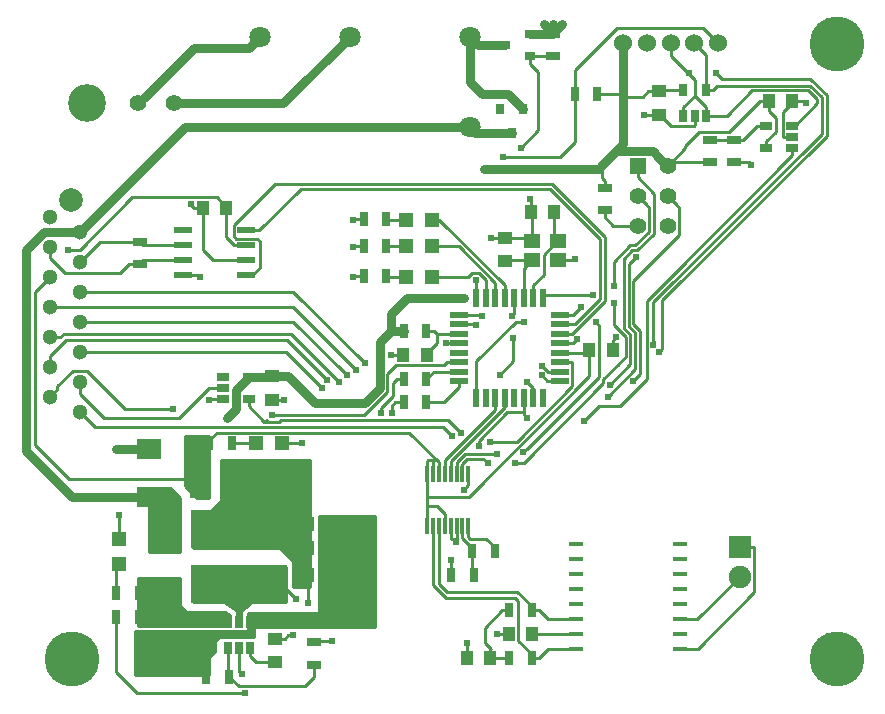
<source format=gtl>
G04 #@! TF.GenerationSoftware,KiCad,Pcbnew,5.0.2-bee76a0~70~ubuntu16.04.1*
G04 #@! TF.CreationDate,2019-04-23T21:35:28-04:00*
G04 #@! TF.ProjectId,BMS_core,424d535f-636f-4726-952e-6b696361645f,rev?*
G04 #@! TF.SameCoordinates,Original*
G04 #@! TF.FileFunction,Copper,L1,Top*
G04 #@! TF.FilePolarity,Positive*
%FSLAX46Y46*%
G04 Gerber Fmt 4.6, Leading zero omitted, Abs format (unit mm)*
G04 Created by KiCad (PCBNEW 5.0.2-bee76a0~70~ubuntu16.04.1) date Tue 23 Apr 2019 09:35:28 PM EDT*
%MOMM*%
%LPD*%
G01*
G04 APERTURE LIST*
G04 #@! TA.AperFunction,ComponentPad*
%ADD10R,1.400000X1.400000*%
G04 #@! TD*
G04 #@! TA.AperFunction,ComponentPad*
%ADD11C,1.400000*%
G04 #@! TD*
G04 #@! TA.AperFunction,SMDPad,CuDef*
%ADD12R,1.600000X0.550000*%
G04 #@! TD*
G04 #@! TA.AperFunction,SMDPad,CuDef*
%ADD13R,0.550000X1.600000*%
G04 #@! TD*
G04 #@! TA.AperFunction,SMDPad,CuDef*
%ADD14R,1.250000X1.000000*%
G04 #@! TD*
G04 #@! TA.AperFunction,SMDPad,CuDef*
%ADD15R,1.000000X1.250000*%
G04 #@! TD*
G04 #@! TA.AperFunction,SMDPad,CuDef*
%ADD16R,1.200000X1.200000*%
G04 #@! TD*
G04 #@! TA.AperFunction,SMDPad,CuDef*
%ADD17R,2.500000X0.900000*%
G04 #@! TD*
G04 #@! TA.AperFunction,SMDPad,CuDef*
%ADD18R,8.200000X3.300000*%
G04 #@! TD*
G04 #@! TA.AperFunction,SMDPad,CuDef*
%ADD19R,0.700000X1.300000*%
G04 #@! TD*
G04 #@! TA.AperFunction,SMDPad,CuDef*
%ADD20R,0.650000X1.060000*%
G04 #@! TD*
G04 #@! TA.AperFunction,SMDPad,CuDef*
%ADD21R,1.600000X1.000000*%
G04 #@! TD*
G04 #@! TA.AperFunction,SMDPad,CuDef*
%ADD22R,2.159000X1.778000*%
G04 #@! TD*
G04 #@! TA.AperFunction,SMDPad,CuDef*
%ADD23R,1.300000X0.700000*%
G04 #@! TD*
G04 #@! TA.AperFunction,SMDPad,CuDef*
%ADD24R,1.200000X0.300000*%
G04 #@! TD*
G04 #@! TA.AperFunction,SMDPad,CuDef*
%ADD25R,1.550000X0.600000*%
G04 #@! TD*
G04 #@! TA.AperFunction,SMDPad,CuDef*
%ADD26R,1.400000X1.200000*%
G04 #@! TD*
G04 #@! TA.AperFunction,SMDPad,CuDef*
%ADD27R,1.000000X3.200000*%
G04 #@! TD*
G04 #@! TA.AperFunction,SMDPad,CuDef*
%ADD28R,0.800000X0.900000*%
G04 #@! TD*
G04 #@! TA.AperFunction,ComponentPad*
%ADD29C,1.524000*%
G04 #@! TD*
G04 #@! TA.AperFunction,ComponentPad*
%ADD30R,1.900000X1.900000*%
G04 #@! TD*
G04 #@! TA.AperFunction,ComponentPad*
%ADD31C,1.900000*%
G04 #@! TD*
G04 #@! TA.AperFunction,ComponentPad*
%ADD32C,1.300000*%
G04 #@! TD*
G04 #@! TA.AperFunction,ComponentPad*
%ADD33C,2.000000*%
G04 #@! TD*
G04 #@! TA.AperFunction,ComponentPad*
%ADD34C,1.800000*%
G04 #@! TD*
G04 #@! TA.AperFunction,SMDPad,CuDef*
%ADD35R,0.900000X0.800000*%
G04 #@! TD*
G04 #@! TA.AperFunction,SMDPad,CuDef*
%ADD36R,0.300000X1.400000*%
G04 #@! TD*
G04 #@! TA.AperFunction,SMDPad,CuDef*
%ADD37R,1.060000X0.650000*%
G04 #@! TD*
G04 #@! TA.AperFunction,ComponentPad*
%ADD38C,4.648200*%
G04 #@! TD*
G04 #@! TA.AperFunction,ComponentPad*
%ADD39C,3.200000*%
G04 #@! TD*
G04 #@! TA.AperFunction,ComponentPad*
%ADD40C,1.420000*%
G04 #@! TD*
G04 #@! TA.AperFunction,ViaPad*
%ADD41C,0.609600*%
G04 #@! TD*
G04 #@! TA.AperFunction,Conductor*
%ADD42C,0.254000*%
G04 #@! TD*
G04 #@! TA.AperFunction,Conductor*
%ADD43C,0.762000*%
G04 #@! TD*
G04 #@! TA.AperFunction,Conductor*
%ADD44C,0.250000*%
G04 #@! TD*
G04 #@! TA.AperFunction,Conductor*
%ADD45C,0.600000*%
G04 #@! TD*
G04 #@! TA.AperFunction,Conductor*
%ADD46C,0.700000*%
G04 #@! TD*
G04 #@! TA.AperFunction,Conductor*
%ADD47C,0.500000*%
G04 #@! TD*
G04 #@! TA.AperFunction,Conductor*
%ADD48C,0.800000*%
G04 #@! TD*
G04 APERTURE END LIST*
D10*
G04 #@! TO.P,J1,1*
G04 #@! TO.N,/MISO*
X95504000Y-62992000D03*
D11*
G04 #@! TO.P,J1,2*
G04 #@! TO.N,VCC*
X98044000Y-62992000D03*
G04 #@! TO.P,J1,3*
G04 #@! TO.N,/SCK*
X95504000Y-65532000D03*
G04 #@! TO.P,J1,4*
G04 #@! TO.N,/MOSI*
X98044000Y-65532000D03*
G04 #@! TO.P,J1,5*
G04 #@! TO.N,/RESET*
X95504000Y-68072000D03*
G04 #@! TO.P,J1,6*
G04 #@! TO.N,GND*
X98044000Y-68072000D03*
G04 #@! TD*
D12*
G04 #@! TO.P,IC1,1*
G04 #@! TO.N,/MISO*
X88905257Y-81192242D03*
G04 #@! TO.P,IC1,2*
G04 #@! TO.N,/MOSI*
X88905257Y-80392242D03*
G04 #@! TO.P,IC1,3*
G04 #@! TO.N,/FAN_PWM_RAW*
X88905257Y-79592242D03*
G04 #@! TO.P,IC1,4*
G04 #@! TO.N,VCC*
X88905257Y-78792242D03*
G04 #@! TO.P,IC1,5*
G04 #@! TO.N,GND*
X88905257Y-77992242D03*
G04 #@! TO.P,IC1,6*
G04 #@! TO.N,/TXCAN*
X88905257Y-77192242D03*
G04 #@! TO.P,IC1,7*
G04 #@! TO.N,/RXCAN*
X88905257Y-76392242D03*
G04 #@! TO.P,IC1,8*
G04 #@! TO.N,/MISO_iso*
X88905257Y-75592242D03*
D13*
G04 #@! TO.P,IC1,9*
G04 #@! TO.N,/MOSI_iso*
X87455257Y-74142242D03*
G04 #@! TO.P,IC1,10*
G04 #@! TO.N,Net-(C4-Pad1)*
X86655257Y-74142242D03*
G04 #@! TO.P,IC1,11*
G04 #@! TO.N,Net-(C3-Pad1)*
X85855257Y-74142242D03*
G04 #@! TO.P,IC1,12*
G04 #@! TO.N,/SCK*
X85055257Y-74142242D03*
G04 #@! TO.P,IC1,13*
G04 #@! TO.N,/PROG_1*
X84255257Y-74142242D03*
G04 #@! TO.P,IC1,14*
G04 #@! TO.N,/PROG_2*
X83455257Y-74142242D03*
G04 #@! TO.P,IC1,15*
G04 #@! TO.N,/PROG_3*
X82655257Y-74142242D03*
G04 #@! TO.P,IC1,16*
G04 #@! TO.N,/~OCD*
X81855257Y-74142242D03*
D12*
G04 #@! TO.P,IC1,17*
G04 #@! TO.N,/VREF*
X80405257Y-75592242D03*
G04 #@! TO.P,IC1,18*
G04 #@! TO.N,/VOUT*
X80405257Y-76392242D03*
G04 #@! TO.P,IC1,19*
G04 #@! TO.N,Net-(C2-Pad1)*
X80405257Y-77192242D03*
G04 #@! TO.P,IC1,20*
G04 #@! TO.N,GND*
X80405257Y-77992242D03*
G04 #@! TO.P,IC1,21*
G04 #@! TO.N,Net-(IC1-Pad21)*
X80405257Y-78792242D03*
G04 #@! TO.P,IC1,22*
G04 #@! TO.N,/BMS_SENSE*
X80405257Y-79592242D03*
G04 #@! TO.P,IC1,23*
G04 #@! TO.N,Net-(IC1-Pad23)*
X80405257Y-80392242D03*
G04 #@! TO.P,IC1,24*
G04 #@! TO.N,Net-(IC1-Pad24)*
X80405257Y-81192242D03*
D13*
G04 #@! TO.P,IC1,25*
G04 #@! TO.N,/RELAY_DRIVE*
X81855257Y-82642242D03*
G04 #@! TO.P,IC1,26*
G04 #@! TO.N,Net-(IC1-Pad26)*
X82655257Y-82642242D03*
G04 #@! TO.P,IC1,27*
G04 #@! TO.N,/CS_iso*
X83455257Y-82642242D03*
G04 #@! TO.P,IC1,28*
G04 #@! TO.N,/SCK_iso*
X84255257Y-82642242D03*
G04 #@! TO.P,IC1,29*
G04 #@! TO.N,Net-(IC1-Pad29)*
X85055257Y-82642242D03*
G04 #@! TO.P,IC1,30*
G04 #@! TO.N,/BSPD_CURRENT*
X85855257Y-82642242D03*
G04 #@! TO.P,IC1,31*
G04 #@! TO.N,/RESET*
X86655257Y-82642242D03*
G04 #@! TO.P,IC1,32*
G04 #@! TO.N,Net-(IC1-Pad32)*
X87455257Y-82642242D03*
G04 #@! TD*
D14*
G04 #@! TO.P,C102,2*
G04 #@! TO.N,Net-(C102-Pad2)*
X64770000Y-103013000D03*
G04 #@! TO.P,C102,1*
G04 #@! TO.N,Net-(C102-Pad1)*
X64770000Y-105013000D03*
G04 #@! TD*
D15*
G04 #@! TO.P,C104,1*
G04 #@! TO.N,Net-(C103-Pad1)*
X67580000Y-95377000D03*
G04 #@! TO.P,C104,2*
G04 #@! TO.N,GND*
X69580000Y-95377000D03*
G04 #@! TD*
G04 #@! TO.P,C105,1*
G04 #@! TO.N,Net-(C103-Pad1)*
X67580000Y-97663000D03*
G04 #@! TO.P,C105,2*
G04 #@! TO.N,GND*
X69580000Y-97663000D03*
G04 #@! TD*
D16*
G04 #@! TO.P,D103,2*
G04 #@! TO.N,Net-(D103-Pad2)*
X63162000Y-86487000D03*
G04 #@! TO.P,D103,1*
G04 #@! TO.N,GND*
X65362000Y-86487000D03*
G04 #@! TD*
D17*
G04 #@! TO.P,F101,1*
G04 #@! TO.N,+12V*
X55479500Y-95329500D03*
G04 #@! TO.P,F101,2*
G04 #@! TO.N,Net-(C101-Pad1)*
X55479500Y-98229500D03*
G04 #@! TD*
D18*
G04 #@! TO.P,L101,1*
G04 #@! TO.N,Net-(C102-Pad2)*
X61785500Y-98425500D03*
G04 #@! TO.P,L101,2*
G04 #@! TO.N,Net-(C103-Pad1)*
X61785500Y-93725500D03*
G04 #@! TD*
D19*
G04 #@! TO.P,R101,1*
G04 #@! TO.N,Net-(C101-Pad1)*
X53274000Y-99187000D03*
G04 #@! TO.P,R101,2*
G04 #@! TO.N,Net-(D102-Pad2)*
X51374000Y-99187000D03*
G04 #@! TD*
G04 #@! TO.P,R102,1*
G04 #@! TO.N,Net-(R102-Pad1)*
X51374000Y-101219000D03*
G04 #@! TO.P,R102,2*
G04 #@! TO.N,Net-(C101-Pad1)*
X53274000Y-101219000D03*
G04 #@! TD*
G04 #@! TO.P,R106,1*
G04 #@! TO.N,VCC*
X59248000Y-86487000D03*
G04 #@! TO.P,R106,2*
G04 #@! TO.N,Net-(D103-Pad2)*
X61148000Y-86487000D03*
G04 #@! TD*
D20*
G04 #@! TO.P,U101,1*
G04 #@! TO.N,GND*
X62710100Y-101579500D03*
G04 #@! TO.P,U101,2*
G04 #@! TO.N,Net-(C102-Pad2)*
X61760100Y-101579500D03*
G04 #@! TO.P,U101,3*
G04 #@! TO.N,Net-(C101-Pad1)*
X60810100Y-101579500D03*
G04 #@! TO.P,U101,4*
G04 #@! TO.N,Net-(R103-Pad1)*
X60810100Y-103779500D03*
G04 #@! TO.P,U101,6*
G04 #@! TO.N,Net-(C102-Pad1)*
X62710100Y-103779500D03*
G04 #@! TO.P,U101,5*
G04 #@! TO.N,Net-(R102-Pad1)*
X61760100Y-103779500D03*
G04 #@! TD*
D21*
G04 #@! TO.P,C101,1*
G04 #@! TO.N,Net-(C101-Pad1)*
X58420000Y-101497000D03*
G04 #@! TO.P,C101,2*
G04 #@! TO.N,GND*
X58420000Y-104497000D03*
G04 #@! TD*
D15*
G04 #@! TO.P,C103,1*
G04 #@! TO.N,Net-(C103-Pad1)*
X67580000Y-93345000D03*
G04 #@! TO.P,C103,2*
G04 #@! TO.N,GND*
X69580000Y-93345000D03*
G04 #@! TD*
D16*
G04 #@! TO.P,D102,2*
G04 #@! TO.N,Net-(D102-Pad2)*
X51562000Y-96731000D03*
G04 #@! TO.P,D102,1*
G04 #@! TO.N,GND*
X51562000Y-94531000D03*
G04 #@! TD*
D22*
G04 #@! TO.P,D101,2*
G04 #@! TO.N,GND*
X54102000Y-86995000D03*
G04 #@! TO.P,D101,1*
G04 #@! TO.N,+12V*
X54102000Y-91059000D03*
G04 #@! TD*
D19*
G04 #@! TO.P,R103,1*
G04 #@! TO.N,Net-(R103-Pad1)*
X60894000Y-106299000D03*
G04 #@! TO.P,R103,2*
G04 #@! TO.N,GND*
X58994000Y-106299000D03*
G04 #@! TD*
D23*
G04 #@! TO.P,R104,1*
G04 #@! TO.N,Net-(R103-Pad1)*
X68072000Y-105217000D03*
G04 #@! TO.P,R104,2*
G04 #@! TO.N,Net-(C103-Pad1)*
X68072000Y-103317000D03*
G04 #@! TD*
D15*
G04 #@! TO.P,C1,1*
G04 #@! TO.N,VCC*
X91402257Y-78582742D03*
G04 #@! TO.P,C1,2*
G04 #@! TO.N,GND*
X93402257Y-78582742D03*
G04 #@! TD*
G04 #@! TO.P,C2,2*
G04 #@! TO.N,GND*
X75654257Y-78963742D03*
G04 #@! TO.P,C2,1*
G04 #@! TO.N,Net-(C2-Pad1)*
X77654257Y-78963742D03*
G04 #@! TD*
D14*
G04 #@! TO.P,C3,2*
G04 #@! TO.N,GND*
X84274257Y-69073742D03*
G04 #@! TO.P,C3,1*
G04 #@! TO.N,Net-(C3-Pad1)*
X84274257Y-71073742D03*
G04 #@! TD*
D15*
G04 #@! TO.P,C4,1*
G04 #@! TO.N,Net-(C4-Pad1)*
X88449257Y-66898742D03*
G04 #@! TO.P,C4,2*
G04 #@! TO.N,GND*
X86449257Y-66898742D03*
G04 #@! TD*
G04 #@! TO.P,C5,1*
G04 #@! TO.N,VCC*
X60674000Y-66548000D03*
G04 #@! TO.P,C5,2*
G04 #@! TO.N,GND*
X58674000Y-66548000D03*
G04 #@! TD*
D19*
G04 #@! TO.P,R1,1*
G04 #@! TO.N,VCC*
X75704257Y-76931742D03*
G04 #@! TO.P,R1,2*
G04 #@! TO.N,Net-(C2-Pad1)*
X77604257Y-76931742D03*
G04 #@! TD*
D23*
G04 #@! TO.P,R2,1*
G04 #@! TO.N,VCC*
X92710000Y-64836000D03*
G04 #@! TO.P,R2,2*
G04 #@! TO.N,/RESET*
X92710000Y-66736000D03*
G04 #@! TD*
G04 #@! TO.P,R3,2*
G04 #@! TO.N,/CANL*
X53340000Y-69408000D03*
G04 #@! TO.P,R3,1*
G04 #@! TO.N,/CANH*
X53340000Y-71308000D03*
G04 #@! TD*
D24*
G04 #@! TO.P,T1,9*
G04 #@! TO.N,Net-(T1-Pad9)*
X90260000Y-94996000D03*
G04 #@! TO.P,T1,1*
G04 #@! TO.N,Net-(J3-Pad1)*
X99060000Y-103886000D03*
G04 #@! TO.P,T1,2*
G04 #@! TO.N,Net-(T1-Pad2)*
X99060000Y-102616000D03*
G04 #@! TO.P,T1,3*
G04 #@! TO.N,Net-(J3-Pad2)*
X99060000Y-101346000D03*
G04 #@! TO.P,T1,4*
G04 #@! TO.N,N/C*
X99060000Y-100076000D03*
G04 #@! TO.P,T1,5*
X99060000Y-98806000D03*
G04 #@! TO.P,T1,6*
G04 #@! TO.N,Net-(T1-Pad6)*
X99060000Y-97536000D03*
G04 #@! TO.P,T1,7*
G04 #@! TO.N,Net-(T1-Pad7)*
X99060000Y-96266000D03*
G04 #@! TO.P,T1,8*
G04 #@! TO.N,Net-(T1-Pad8)*
X99060000Y-94996000D03*
G04 #@! TO.P,T1,10*
G04 #@! TO.N,Net-(T1-Pad10)*
X90260000Y-96266000D03*
G04 #@! TO.P,T1,11*
G04 #@! TO.N,Net-(T1-Pad11)*
X90260000Y-97536000D03*
G04 #@! TO.P,T1,12*
G04 #@! TO.N,N/C*
X90260000Y-98806000D03*
G04 #@! TO.P,T1,13*
X90260000Y-100076000D03*
G04 #@! TO.P,T1,14*
G04 #@! TO.N,Net-(R11-Pad2)*
X90260000Y-101346000D03*
G04 #@! TO.P,T1,15*
G04 #@! TO.N,Net-(C9-Pad1)*
X90260000Y-102616000D03*
G04 #@! TO.P,T1,16*
G04 #@! TO.N,Net-(R10-Pad1)*
X90260000Y-103886000D03*
G04 #@! TD*
D25*
G04 #@! TO.P,U1,1*
G04 #@! TO.N,/TXCAN*
X62390000Y-72263000D03*
G04 #@! TO.P,U1,2*
G04 #@! TO.N,GND*
X62390000Y-70993000D03*
G04 #@! TO.P,U1,3*
G04 #@! TO.N,VCC*
X62390000Y-69723000D03*
G04 #@! TO.P,U1,4*
G04 #@! TO.N,/RXCAN*
X62390000Y-68453000D03*
G04 #@! TO.P,U1,5*
G04 #@! TO.N,Net-(U1-Pad5)*
X56990000Y-68453000D03*
G04 #@! TO.P,U1,6*
G04 #@! TO.N,/CANL*
X56990000Y-69723000D03*
G04 #@! TO.P,U1,7*
G04 #@! TO.N,/CANH*
X56990000Y-70993000D03*
G04 #@! TO.P,U1,8*
G04 #@! TO.N,GND*
X56990000Y-72263000D03*
G04 #@! TD*
D26*
G04 #@! TO.P,Y1,1*
G04 #@! TO.N,Net-(C3-Pad1)*
X86578804Y-70979681D03*
G04 #@! TO.P,Y1,2*
G04 #@! TO.N,GND*
X88778804Y-70979681D03*
G04 #@! TO.P,Y1,3*
G04 #@! TO.N,Net-(C4-Pad1)*
X88778804Y-69379681D03*
G04 #@! TO.P,Y1,4*
G04 #@! TO.N,GND*
X86578804Y-69379681D03*
G04 #@! TD*
D27*
G04 #@! TO.P,R105,1*
G04 #@! TO.N,VCC*
X58114000Y-89535000D03*
G04 #@! TO.P,R105,2*
G04 #@! TO.N,Net-(C103-Pad1)*
X64314000Y-89535000D03*
G04 #@! TD*
D14*
G04 #@! TO.P,C7,2*
G04 #@! TO.N,GND*
X97282000Y-58674000D03*
G04 #@! TO.P,C7,1*
G04 #@! TO.N,VCC*
X97282000Y-56674000D03*
G04 #@! TD*
D15*
G04 #@! TO.P,C8,1*
G04 #@! TO.N,Net-(C8-Pad1)*
X83042000Y-104648000D03*
G04 #@! TO.P,C8,2*
G04 #@! TO.N,GND*
X81042000Y-104648000D03*
G04 #@! TD*
G04 #@! TO.P,C9,2*
G04 #@! TO.N,GND*
X84598000Y-102616000D03*
G04 #@! TO.P,C9,1*
G04 #@! TO.N,Net-(C9-Pad1)*
X86598000Y-102616000D03*
G04 #@! TD*
G04 #@! TO.P,C10,1*
G04 #@! TO.N,VCC*
X106617570Y-57497448D03*
G04 #@! TO.P,C10,2*
G04 #@! TO.N,GND*
X108617570Y-57497448D03*
G04 #@! TD*
D16*
G04 #@! TO.P,D1,2*
G04 #@! TO.N,/PROG_1*
X78135257Y-67533742D03*
G04 #@! TO.P,D1,1*
G04 #@! TO.N,Net-(D1-Pad1)*
X75935257Y-67533742D03*
G04 #@! TD*
G04 #@! TO.P,D2,1*
G04 #@! TO.N,Net-(D2-Pad1)*
X75935257Y-69794976D03*
G04 #@! TO.P,D2,2*
G04 #@! TO.N,/PROG_2*
X78135257Y-69794976D03*
G04 #@! TD*
G04 #@! TO.P,D3,2*
G04 #@! TO.N,/PROG_3*
X78135257Y-72359742D03*
G04 #@! TO.P,D3,1*
G04 #@! TO.N,Net-(D3-Pad1)*
X75935257Y-72359742D03*
G04 #@! TD*
D28*
G04 #@! TO.P,D4,1*
G04 #@! TO.N,Net-(D4-Pad1)*
X85786000Y-58182000D03*
G04 #@! TO.P,D4,2*
G04 #@! TO.N,N/C*
X83886000Y-58182000D03*
G04 #@! TO.P,D4,3*
G04 #@! TO.N,+12V*
X84836000Y-60182000D03*
G04 #@! TD*
D29*
G04 #@! TO.P,J2,1*
G04 #@! TO.N,VCC*
X94298000Y-52578000D03*
G04 #@! TO.P,J2,2*
G04 #@! TO.N,GND*
X96298000Y-52578000D03*
G04 #@! TO.P,J2,3*
G04 #@! TO.N,/VOUT*
X98298000Y-52578000D03*
G04 #@! TO.P,J2,4*
G04 #@! TO.N,/VREF*
X100298000Y-52578000D03*
G04 #@! TO.P,J2,5*
G04 #@! TO.N,/~OCD*
X102298000Y-52578000D03*
G04 #@! TD*
D30*
G04 #@! TO.P,J3,1*
G04 #@! TO.N,Net-(J3-Pad1)*
X104140000Y-95250000D03*
D31*
G04 #@! TO.P,J3,2*
G04 #@! TO.N,Net-(J3-Pad2)*
X104140000Y-97750000D03*
G04 #@! TD*
D32*
G04 #@! TO.P,J5,5*
G04 #@! TO.N,VCC*
X45720000Y-72390000D03*
G04 #@! TO.P,J5,3*
G04 #@! TO.N,/CANH*
X45720000Y-69850000D03*
G04 #@! TO.P,J5,1*
G04 #@! TO.N,GND*
X45720000Y-67310000D03*
G04 #@! TO.P,J5,7*
G04 #@! TO.N,/MISO*
X45720000Y-74930000D03*
G04 #@! TO.P,J5,2*
G04 #@! TO.N,+12V*
X48260000Y-68580000D03*
G04 #@! TO.P,J5,4*
G04 #@! TO.N,/CANL*
X48260000Y-71120000D03*
G04 #@! TO.P,J5,6*
G04 #@! TO.N,/MOSI*
X48260000Y-73660000D03*
G04 #@! TO.P,J5,8*
G04 #@! TO.N,/SCK*
X48260000Y-76200000D03*
G04 #@! TO.P,J5,9*
G04 #@! TO.N,/RESET*
X45720000Y-77470000D03*
G04 #@! TO.P,J5,10*
G04 #@! TO.N,/RJ45_LED1*
X48260000Y-78740000D03*
G04 #@! TO.P,J5,11*
G04 #@! TO.N,/RJ45_LED2*
X45720000Y-80010000D03*
G04 #@! TO.P,J5,12*
G04 #@! TO.N,/FAN_PWM*
X48260000Y-81280000D03*
G04 #@! TO.P,J5,13*
G04 #@! TO.N,/BMS_SENSE*
X45720000Y-82550000D03*
G04 #@! TO.P,J5,14*
G04 #@! TO.N,/BSPD_CURRENT*
X48260000Y-83820000D03*
D33*
G04 #@! TO.P,J5,15*
G04 #@! TO.N,N/C*
X47520000Y-65910000D03*
G04 #@! TD*
D34*
G04 #@! TO.P,K1,1*
G04 #@! TO.N,Net-(D4-Pad1)*
X81280000Y-52070000D03*
G04 #@! TO.P,K1,2*
G04 #@! TO.N,/SHDN_OUT(BMS->IMD)*
X71120000Y-52070000D03*
G04 #@! TO.P,K1,3*
G04 #@! TO.N,/SHDN_IN(MAIN_PACK->BMS)*
X63500000Y-52070000D03*
G04 #@! TO.P,K1,5*
G04 #@! TO.N,+12V*
X81280000Y-59690000D03*
G04 #@! TD*
D35*
G04 #@! TO.P,Q1,1*
G04 #@! TO.N,/RELAY_DRIVE*
X86394147Y-53699166D03*
G04 #@! TO.P,Q1,2*
G04 #@! TO.N,GND*
X86394147Y-51799166D03*
G04 #@! TO.P,Q1,3*
G04 #@! TO.N,Net-(D4-Pad1)*
X84294147Y-52749166D03*
G04 #@! TD*
D19*
G04 #@! TO.P,R4,2*
G04 #@! TO.N,GND*
X72325928Y-67508976D03*
G04 #@! TO.P,R4,1*
G04 #@! TO.N,Net-(D1-Pad1)*
X74225928Y-67508976D03*
G04 #@! TD*
G04 #@! TO.P,R5,1*
G04 #@! TO.N,Net-(D2-Pad1)*
X74225928Y-69794976D03*
G04 #@! TO.P,R5,2*
G04 #@! TO.N,GND*
X72325928Y-69794976D03*
G04 #@! TD*
G04 #@! TO.P,R6,1*
G04 #@! TO.N,Net-(D3-Pad1)*
X74225928Y-72334976D03*
G04 #@! TO.P,R6,2*
G04 #@! TO.N,GND*
X72325928Y-72334976D03*
G04 #@! TD*
G04 #@! TO.P,R7,2*
G04 #@! TO.N,/~OCD*
X90170000Y-56896000D03*
G04 #@! TO.P,R7,1*
G04 #@! TO.N,VCC*
X92070000Y-56896000D03*
G04 #@! TD*
G04 #@! TO.P,R8,2*
G04 #@! TO.N,Net-(R8-Pad2)*
X81521511Y-95565383D03*
G04 #@! TO.P,R8,1*
G04 #@! TO.N,Net-(R8-Pad1)*
X83421511Y-95565383D03*
G04 #@! TD*
G04 #@! TO.P,R9,1*
G04 #@! TO.N,Net-(R8-Pad2)*
X81643511Y-97597383D03*
G04 #@! TO.P,R9,2*
G04 #@! TO.N,GND*
X79743511Y-97597383D03*
G04 #@! TD*
G04 #@! TO.P,R10,1*
G04 #@! TO.N,Net-(R10-Pad1)*
X86548000Y-104648000D03*
G04 #@! TO.P,R10,2*
G04 #@! TO.N,Net-(C8-Pad1)*
X84648000Y-104648000D03*
G04 #@! TD*
G04 #@! TO.P,R11,2*
G04 #@! TO.N,Net-(R11-Pad2)*
X86548000Y-100584000D03*
G04 #@! TO.P,R11,1*
G04 #@! TO.N,Net-(C8-Pad1)*
X84648000Y-100584000D03*
G04 #@! TD*
D23*
G04 #@! TO.P,R12,1*
G04 #@! TO.N,GND*
X88358147Y-51799166D03*
G04 #@! TO.P,R12,2*
G04 #@! TO.N,/RELAY_DRIVE*
X88358147Y-53699166D03*
G04 #@! TD*
G04 #@! TO.P,R13,1*
G04 #@! TO.N,VCC*
X101600000Y-62672000D03*
G04 #@! TO.P,R13,2*
G04 #@! TO.N,Net-(R13-Pad2)*
X101600000Y-60772000D03*
G04 #@! TD*
G04 #@! TO.P,R14,2*
G04 #@! TO.N,GND*
X103632000Y-62672000D03*
G04 #@! TO.P,R14,1*
G04 #@! TO.N,Net-(R13-Pad2)*
X103632000Y-60772000D03*
G04 #@! TD*
D36*
G04 #@! TO.P,U3,1*
G04 #@! TO.N,GND*
X81173511Y-89047383D03*
G04 #@! TO.P,U3,2*
G04 #@! TO.N,/MOSI_iso*
X80673511Y-89047383D03*
G04 #@! TO.P,U3,3*
G04 #@! TO.N,/MISO_iso*
X80173511Y-89047383D03*
G04 #@! TO.P,U3,4*
G04 #@! TO.N,/SCK_iso*
X79673511Y-89047383D03*
G04 #@! TO.P,U3,5*
G04 #@! TO.N,/CS_iso*
X79173511Y-89047383D03*
G04 #@! TO.P,U3,12*
G04 #@! TO.N,VCC*
X79173511Y-93447383D03*
G04 #@! TO.P,U3,13*
G04 #@! TO.N,GND*
X79673511Y-93447383D03*
G04 #@! TO.P,U3,14*
X80173511Y-93447383D03*
G04 #@! TO.P,U3,15*
G04 #@! TO.N,Net-(R8-Pad2)*
X80673511Y-93447383D03*
G04 #@! TO.P,U3,16*
G04 #@! TO.N,Net-(R8-Pad1)*
X81173511Y-93447383D03*
G04 #@! TO.P,U3,6*
G04 #@! TO.N,VCC*
X78673511Y-89047383D03*
G04 #@! TO.P,U3,7*
X78173511Y-89047383D03*
G04 #@! TO.P,U3,8*
X77673511Y-89047383D03*
G04 #@! TO.P,U3,11*
G04 #@! TO.N,Net-(R11-Pad2)*
X78673511Y-93447383D03*
G04 #@! TO.P,U3,10*
G04 #@! TO.N,Net-(R10-Pad1)*
X78173511Y-93447383D03*
G04 #@! TO.P,U3,9*
G04 #@! TO.N,VCC*
X77673511Y-93447383D03*
G04 #@! TD*
D20*
G04 #@! TO.P,U4,1*
G04 #@! TO.N,/VOUT*
X99380000Y-58758000D03*
G04 #@! TO.P,U4,2*
G04 #@! TO.N,GND*
X100330000Y-58758000D03*
G04 #@! TO.P,U4,3*
G04 #@! TO.N,/VOUT*
X101280000Y-58758000D03*
G04 #@! TO.P,U4,4*
G04 #@! TO.N,/VREF*
X101280000Y-56558000D03*
G04 #@! TO.P,U4,5*
G04 #@! TO.N,VCC*
X99380000Y-56558000D03*
G04 #@! TD*
D37*
G04 #@! TO.P,U5,5*
G04 #@! TO.N,VCC*
X106390570Y-61495448D03*
G04 #@! TO.P,U5,4*
G04 #@! TO.N,Net-(R13-Pad2)*
X106390570Y-59595448D03*
G04 #@! TO.P,U5,3*
G04 #@! TO.N,/VOUT*
X108590570Y-59595448D03*
G04 #@! TO.P,U5,2*
G04 #@! TO.N,GND*
X108590570Y-60545448D03*
G04 #@! TO.P,U5,1*
G04 #@! TO.N,/BSPD_CURRENT*
X108590570Y-61495448D03*
G04 #@! TD*
G04 #@! TO.P,U2,1*
G04 #@! TO.N,Net-(U2-Pad1)*
X60368000Y-80838000D03*
G04 #@! TO.P,U2,2*
G04 #@! TO.N,/FAN_PWM*
X60368000Y-81788000D03*
G04 #@! TO.P,U2,3*
G04 #@! TO.N,GND*
X60368000Y-82738000D03*
G04 #@! TO.P,U2,4*
G04 #@! TO.N,/FAN_PWM_RAW*
X62568000Y-82738000D03*
G04 #@! TO.P,U2,5*
G04 #@! TO.N,VCC*
X62568000Y-80838000D03*
G04 #@! TD*
D14*
G04 #@! TO.P,C6,1*
G04 #@! TO.N,GND*
X64516000Y-82788000D03*
G04 #@! TO.P,C6,2*
G04 #@! TO.N,VCC*
X64516000Y-80788000D03*
G04 #@! TD*
D38*
G04 #@! TO.P,REF\002A\002A,1*
G04 #@! TO.N,N/C*
X112395000Y-52705000D03*
G04 #@! TD*
G04 #@! TO.P,REF\002A\002A,1*
G04 #@! TO.N,N/C*
X47625000Y-104775000D03*
G04 #@! TD*
G04 #@! TO.P,REF\002A\002A,1*
G04 #@! TO.N,N/C*
X112395000Y-104775000D03*
G04 #@! TD*
D19*
G04 #@! TO.P,R15,2*
G04 #@! TO.N,Net-(IC1-Pad24)*
X77597000Y-83007200D03*
G04 #@! TO.P,R15,1*
G04 #@! TO.N,/RJ45_LED2*
X75697000Y-83007200D03*
G04 #@! TD*
G04 #@! TO.P,R16,1*
G04 #@! TO.N,/RJ45_LED1*
X75697000Y-81051400D03*
G04 #@! TO.P,R16,2*
G04 #@! TO.N,Net-(IC1-Pad23)*
X77597000Y-81051400D03*
G04 #@! TD*
D39*
G04 #@! TO.P,J4,*
G04 #@! TO.N,*
X48900000Y-57700000D03*
D40*
G04 #@! TO.P,J4,1*
G04 #@! TO.N,/SHDN_IN(MAIN_PACK->BMS)*
X53220000Y-57700000D03*
G04 #@! TO.P,J4,2*
G04 #@! TO.N,/SHDN_OUT(BMS->IMD)*
X56220000Y-57700000D03*
G04 #@! TD*
D41*
G04 #@! TO.N,GND*
X51562000Y-92583000D03*
X56388000Y-105029000D03*
X54102000Y-105029000D03*
X54102000Y-103251000D03*
X56388000Y-103251000D03*
X67056000Y-86487000D03*
X51308000Y-86995000D03*
X72644000Y-95377000D03*
X71628000Y-96393000D03*
X71628000Y-94615000D03*
X71374000Y-93599000D03*
X72644000Y-93599000D03*
X72644000Y-97409000D03*
X71628000Y-98425000D03*
X74622257Y-78963742D03*
X58420000Y-72390000D03*
X88358147Y-50971166D03*
X89120147Y-50971166D03*
X87596147Y-50971166D03*
X83642210Y-102616000D03*
X81026000Y-103378000D03*
X80164105Y-94815402D03*
X79743511Y-96393383D03*
X83131257Y-69057742D03*
X86433257Y-65755742D03*
X90243257Y-70835742D03*
X79248000Y-77978000D03*
X59182000Y-82804000D03*
X57658000Y-66227809D03*
X71374000Y-67564000D03*
X71374000Y-69850000D03*
X71374000Y-72390000D03*
X65532000Y-82804000D03*
X80772000Y-90424000D03*
X93649790Y-77464582D03*
X90370257Y-77647790D03*
X109728000Y-57658000D03*
X96012000Y-58674000D03*
X105145611Y-62882108D03*
G04 #@! TO.N,VCC*
X47244000Y-70104000D03*
X60706000Y-84328000D03*
X57809382Y-86487000D03*
X80772000Y-74168000D03*
X82468890Y-63246000D03*
G04 #@! TO.N,/MISO*
X71628000Y-80264000D03*
X87376000Y-80695790D03*
X93185901Y-81501901D03*
G04 #@! TO.N,/MOSI*
X72390000Y-79679790D03*
X87446459Y-79937042D03*
X95155099Y-81185099D03*
G04 #@! TO.N,/SCK*
X84836000Y-75692000D03*
X83820000Y-80695790D03*
X93472000Y-73152000D03*
X84995099Y-77564901D03*
X70866000Y-80695790D03*
G04 #@! TO.N,/RESET*
X86106000Y-81280000D03*
X92964000Y-82550000D03*
X95344901Y-70706901D03*
X70230988Y-81280000D03*
G04 #@! TO.N,Net-(C102-Pad2)*
X66294000Y-102743000D03*
X66548000Y-99695000D03*
G04 #@! TO.N,Net-(C103-Pad1)*
X67580000Y-99965000D03*
X69596000Y-103251000D03*
G04 #@! TO.N,Net-(R102-Pad1)*
X61976000Y-106045000D03*
X62230000Y-107645200D03*
G04 #@! TO.N,/FAN_PWM_RAW*
X80518000Y-85598000D03*
X83025901Y-86327901D03*
G04 #@! TO.N,/MISO_iso*
X83566000Y-87376000D03*
X85823534Y-87248991D03*
X91948000Y-76200000D03*
X90678000Y-74930000D03*
G04 #@! TO.N,/MOSI_iso*
X82804000Y-88138000D03*
X85090000Y-88138000D03*
X91694000Y-73914000D03*
X93472000Y-74574411D03*
G04 #@! TO.N,/VREF*
X82296000Y-75692000D03*
X96850210Y-78155790D03*
G04 #@! TO.N,/VOUT*
X81788000Y-76454000D03*
X97303131Y-78768591D03*
X102108000Y-55118000D03*
X99822000Y-55118000D03*
G04 #@! TO.N,/BMS_SENSE*
X64516000Y-84074000D03*
X56134000Y-83566000D03*
G04 #@! TO.N,/RELAY_DRIVE*
X85852000Y-76200000D03*
X85598000Y-61468000D03*
G04 #@! TO.N,/BSPD_CURRENT*
X79756000Y-85852000D03*
X82042000Y-86690210D03*
X86106000Y-84328000D03*
X90932000Y-84582000D03*
G04 #@! TO.N,/RJ45_LED1*
X73787000Y-83896200D03*
X68789014Y-81784822D03*
G04 #@! TO.N,/RJ45_LED2*
X74676000Y-83921600D03*
X69215000Y-81153000D03*
G04 #@! TO.N,/~OCD*
X84074000Y-62230000D03*
X81788000Y-72644000D03*
G04 #@! TD*
D42*
G04 #@! TO.N,GND*
X51562000Y-94531000D02*
X51562000Y-92583000D01*
X56920000Y-104497000D02*
X56388000Y-105029000D01*
X58420000Y-104497000D02*
X56920000Y-104497000D01*
X54102000Y-86995000D02*
X54292500Y-86995000D01*
X58994000Y-105071000D02*
X58420000Y-104497000D01*
X58994000Y-106299000D02*
X58994000Y-105071000D01*
X65362000Y-86487000D02*
X67056000Y-86487000D01*
X72390000Y-95377000D02*
X72644000Y-95377000D01*
X71882000Y-98679000D02*
X71882000Y-99695000D01*
X69580000Y-93345000D02*
X71120000Y-93345000D01*
X71120000Y-93345000D02*
X71374000Y-93599000D01*
X71628000Y-98425000D02*
X71882000Y-98679000D01*
X75654257Y-78963742D02*
X74622257Y-78963742D01*
X61361000Y-70993000D02*
X62390000Y-70993000D01*
X59542078Y-70993000D02*
X61361000Y-70993000D01*
X58674000Y-70124922D02*
X59542078Y-70993000D01*
X58674000Y-66548000D02*
X58674000Y-70124922D01*
X58293000Y-72263000D02*
X58420000Y-72390000D01*
X56990000Y-72263000D02*
X58293000Y-72263000D01*
D43*
X86394147Y-51799166D02*
X88358147Y-51799166D01*
X88358147Y-51799166D02*
X88358147Y-50971166D01*
X88358147Y-51733166D02*
X89120147Y-50971166D01*
X88358147Y-51799166D02*
X88358147Y-51733166D01*
X88358147Y-51733166D02*
X87596147Y-50971166D01*
D42*
X84598000Y-102616000D02*
X83642210Y-102616000D01*
X81042000Y-103394000D02*
X81026000Y-103378000D01*
X81042000Y-104648000D02*
X81042000Y-103394000D01*
X80173511Y-93447383D02*
X80173511Y-94537383D01*
X80173511Y-94537383D02*
X80161511Y-94549383D01*
X80161511Y-94549383D02*
X79677511Y-94549383D01*
X79673511Y-94545383D02*
X79673511Y-93447383D01*
X79677511Y-94549383D02*
X79673511Y-94545383D01*
X80161511Y-94812808D02*
X80164105Y-94815402D01*
X80161511Y-94549383D02*
X80161511Y-94812808D01*
X79743511Y-97597383D02*
X79743511Y-96393383D01*
X86272865Y-69073742D02*
X86578804Y-69379681D01*
X84274257Y-69073742D02*
X86272865Y-69073742D01*
X83147257Y-69073742D02*
X83131257Y-69057742D01*
X84274257Y-69073742D02*
X83147257Y-69073742D01*
X86578804Y-67028289D02*
X86449257Y-66898742D01*
X86578804Y-69379681D02*
X86578804Y-67028289D01*
X86449257Y-65771742D02*
X86433257Y-65755742D01*
X86449257Y-66898742D02*
X86449257Y-65771742D01*
X90099318Y-70979681D02*
X90243257Y-70835742D01*
X88778804Y-70979681D02*
X90099318Y-70979681D01*
D43*
X54102000Y-86995000D02*
X51308000Y-86995000D01*
D42*
X79262242Y-77992242D02*
X79248000Y-77978000D01*
X80405257Y-77992242D02*
X79262242Y-77992242D01*
X59248000Y-82738000D02*
X59182000Y-82804000D01*
X60368000Y-82738000D02*
X59248000Y-82738000D01*
X57658000Y-66286000D02*
X57658000Y-66227809D01*
X58674000Y-66548000D02*
X57920000Y-66548000D01*
X57920000Y-66548000D02*
X57658000Y-66286000D01*
X71429024Y-67508976D02*
X71374000Y-67564000D01*
X72325928Y-67508976D02*
X71429024Y-67508976D01*
X71429024Y-69794976D02*
X71374000Y-69850000D01*
X72325928Y-69794976D02*
X71429024Y-69794976D01*
X71429024Y-72334976D02*
X71374000Y-72390000D01*
X72325928Y-72334976D02*
X71429024Y-72334976D01*
X65516000Y-82788000D02*
X65532000Y-82804000D01*
X64516000Y-82788000D02*
X65516000Y-82788000D01*
X81173511Y-90022489D02*
X81076799Y-90119201D01*
X81076799Y-90119201D02*
X80772000Y-90424000D01*
X81173511Y-89047383D02*
X81173511Y-90022489D01*
X93641417Y-77464582D02*
X93649790Y-77464582D01*
X93402257Y-78582742D02*
X93402257Y-77703742D01*
X93402257Y-77703742D02*
X93641417Y-77464582D01*
X88905257Y-77992242D02*
X90025805Y-77992242D01*
X90025805Y-77992242D02*
X90065458Y-77952589D01*
X90065458Y-77952589D02*
X90370257Y-77647790D01*
X107806570Y-60545448D02*
X108590570Y-60545448D01*
X107781169Y-60520047D02*
X107806570Y-60545448D01*
X107781169Y-58458849D02*
X107781169Y-60520047D01*
X108617570Y-57622448D02*
X107781169Y-58458849D01*
X108617570Y-57497448D02*
X108617570Y-57622448D01*
X109567448Y-57497448D02*
X109728000Y-57658000D01*
X108617570Y-57497448D02*
X109567448Y-57497448D01*
X97407000Y-58674000D02*
X97282000Y-58674000D01*
X98300401Y-59567401D02*
X97407000Y-58674000D01*
X100304599Y-59567401D02*
X98300401Y-59567401D01*
X100330000Y-59542000D02*
X100304599Y-59567401D01*
X100330000Y-58758000D02*
X100330000Y-59542000D01*
X97282000Y-58674000D02*
X96012000Y-58674000D01*
X104935503Y-62672000D02*
X105145611Y-62882108D01*
X103632000Y-62672000D02*
X104935503Y-62672000D01*
G04 #@! TO.N,VCC*
X58495000Y-89662000D02*
X58495000Y-86636000D01*
X59248000Y-86487000D02*
X57809382Y-86487000D01*
X91192757Y-78792242D02*
X91402257Y-78582742D01*
X88905257Y-78792242D02*
X91192757Y-78792242D01*
X45070001Y-73039999D02*
X45720000Y-72390000D01*
X58114000Y-89535000D02*
X47371000Y-89535000D01*
X47371000Y-89535000D02*
X44450000Y-86614000D01*
X44450000Y-86614000D02*
X44450000Y-73660000D01*
X44450000Y-73660000D02*
X45070001Y-73039999D01*
X78673511Y-89047383D02*
X78673511Y-88071511D01*
X78673511Y-88071511D02*
X78486000Y-87884000D01*
X78486000Y-87884000D02*
X78232000Y-87884000D01*
X78173511Y-87942489D02*
X78173511Y-89047383D01*
X78232000Y-87884000D02*
X78173511Y-87942489D01*
X78232000Y-87884000D02*
X77724000Y-87884000D01*
X77673511Y-87934489D02*
X77673511Y-89047383D01*
X77724000Y-87884000D02*
X77673511Y-87934489D01*
X77673511Y-93447383D02*
X77673511Y-92493383D01*
X77673511Y-90932000D02*
X77673511Y-89047383D01*
X60674000Y-69036000D02*
X60674000Y-67427000D01*
X62390000Y-69723000D02*
X61361000Y-69723000D01*
X60674000Y-67427000D02*
X60674000Y-66548000D01*
X61361000Y-69723000D02*
X60674000Y-69036000D01*
X47244000Y-70104000D02*
X48260000Y-70104000D01*
X48260000Y-70104000D02*
X52720401Y-65643599D01*
X52720401Y-65643599D02*
X59894599Y-65643599D01*
X60674000Y-66423000D02*
X60674000Y-66548000D01*
X59894599Y-65643599D02*
X60674000Y-66423000D01*
X59248000Y-86487000D02*
X59248000Y-86187000D01*
X59877401Y-85557599D02*
X76159599Y-85557599D01*
X76159599Y-85557599D02*
X78673511Y-88071511D01*
X59248000Y-86187000D02*
X59877401Y-85557599D01*
X91402257Y-79461742D02*
X91402257Y-78582742D01*
X77673511Y-90932000D02*
X77749713Y-91008202D01*
X91402257Y-80809743D02*
X91402257Y-79461742D01*
X77749713Y-91008202D02*
X81203798Y-91008202D01*
X81203798Y-91008202D02*
X91402257Y-80809743D01*
D43*
X62568000Y-80838000D02*
X61468000Y-81938000D01*
X61468000Y-83566000D02*
X60706000Y-84328000D01*
X61468000Y-81938000D02*
X61468000Y-83566000D01*
X64466000Y-80838000D02*
X64516000Y-80788000D01*
X62568000Y-80838000D02*
X64466000Y-80838000D01*
X74592257Y-76931742D02*
X75704257Y-76931742D01*
X74592257Y-76931742D02*
X74592257Y-75521743D01*
X74592257Y-75521743D02*
X75946000Y-74168000D01*
X75946000Y-74168000D02*
X80772000Y-74168000D01*
X97344001Y-62292001D02*
X98044000Y-62992000D01*
X93689401Y-61758599D02*
X96810599Y-61758599D01*
X96810599Y-61758599D02*
X97344001Y-62292001D01*
X92506799Y-62941201D02*
X93689401Y-61758599D01*
D42*
X92710000Y-64232000D02*
X92506799Y-64028799D01*
X92506799Y-64028799D02*
X92506799Y-62941201D01*
X92710000Y-64836000D02*
X92710000Y-64232000D01*
D43*
X94298000Y-61150000D02*
X93689401Y-61758599D01*
D42*
X94298000Y-57150000D02*
X94044000Y-56896000D01*
X94044000Y-56896000D02*
X92070000Y-56896000D01*
D43*
X94298000Y-52578000D02*
X94298000Y-57150000D01*
X94298000Y-57150000D02*
X94298000Y-61150000D01*
X92202000Y-63246000D02*
X92506799Y-62941201D01*
X82468890Y-63246000D02*
X92202000Y-63246000D01*
D42*
X107199971Y-60107047D02*
X106390570Y-60916448D01*
X107199971Y-58958849D02*
X107199971Y-60107047D01*
X106617570Y-58376448D02*
X107199971Y-58958849D01*
X97398000Y-56558000D02*
X97282000Y-56674000D01*
X99380000Y-56558000D02*
X97398000Y-56558000D01*
X95927000Y-57150000D02*
X94298000Y-57150000D01*
X96403000Y-56674000D02*
X95927000Y-57150000D01*
X97282000Y-56674000D02*
X96403000Y-56674000D01*
X98364000Y-62672000D02*
X98044000Y-62992000D01*
X101600000Y-62672000D02*
X98364000Y-62672000D01*
X106390570Y-60916448D02*
X106390570Y-61495448D01*
X106617570Y-57497448D02*
X106617570Y-58376448D01*
X100726479Y-60142599D02*
X103218419Y-60142599D01*
X99540552Y-61495448D02*
X99540552Y-61328526D01*
X103218419Y-60142599D02*
X105863570Y-57497448D01*
X98044000Y-62992000D02*
X99540552Y-61495448D01*
X105863570Y-57497448D02*
X106617570Y-57497448D01*
X99540552Y-61328526D02*
X100726479Y-60142599D01*
D43*
X73660000Y-77863999D02*
X74592257Y-76931742D01*
X68173000Y-83058000D02*
X72415400Y-83058000D01*
X65903000Y-80788000D02*
X68173000Y-83058000D01*
X72415400Y-83058000D02*
X73660000Y-81813400D01*
X73660000Y-81813400D02*
X73660000Y-77863999D01*
X64516000Y-80788000D02*
X65903000Y-80788000D01*
D42*
X78501128Y-91821000D02*
X77673511Y-91821000D01*
X79173511Y-92493383D02*
X78501128Y-91821000D01*
X79173511Y-93447383D02*
X79173511Y-92493383D01*
X77673511Y-92493383D02*
X77673511Y-91821000D01*
X77673511Y-91821000D02*
X77673511Y-90932000D01*
G04 #@! TO.N,/MISO*
X71628000Y-80264000D02*
X66294000Y-74930000D01*
X66294000Y-74930000D02*
X45720000Y-74930000D01*
X87851257Y-81192242D02*
X87376000Y-80716985D01*
X87376000Y-80716985D02*
X87376000Y-80695790D01*
X88905257Y-81192242D02*
X87851257Y-81192242D01*
X94894411Y-79793391D02*
X94894411Y-77269835D01*
X96889812Y-65331812D02*
X95504000Y-63946000D01*
X95504000Y-63946000D02*
X95504000Y-62992000D01*
X95064483Y-70122699D02*
X95477566Y-70122699D01*
X94894411Y-77269835D02*
X94342277Y-76717701D01*
X93185901Y-81501901D02*
X94894411Y-79793391D01*
X96889812Y-68710453D02*
X96889812Y-65331812D01*
X94342277Y-70844905D02*
X95064483Y-70122699D01*
X95477566Y-70122699D02*
X96889812Y-68710453D01*
X94342277Y-76717701D02*
X94342277Y-70844905D01*
G04 #@! TO.N,/MOSI*
X49179238Y-73660000D02*
X48260000Y-73660000D01*
X66370210Y-73660000D02*
X49179238Y-73660000D01*
X72390000Y-79679790D02*
X66370210Y-73660000D01*
X88905257Y-80392242D02*
X87901659Y-80392242D01*
X87901659Y-80392242D02*
X87751258Y-80241841D01*
X87751258Y-80241841D02*
X87446459Y-79937042D01*
X95707233Y-76933155D02*
X95155099Y-76381021D01*
X95155099Y-81185099D02*
X95707233Y-80632965D01*
X95155099Y-72738901D02*
X99023401Y-68870599D01*
X99023401Y-66511401D02*
X98743999Y-66231999D01*
X99023401Y-68870599D02*
X99023401Y-66511401D01*
X95707233Y-80632965D02*
X95707233Y-76933155D01*
X98743999Y-66231999D02*
X98044000Y-65532000D01*
X95155099Y-76381021D02*
X95155099Y-72738901D01*
G04 #@! TO.N,/TXCAN*
X61335599Y-68955599D02*
X61523599Y-69143599D01*
X88269189Y-64516000D02*
X64770000Y-64516000D01*
X63500000Y-71628000D02*
X62865000Y-72263000D01*
X63301599Y-69143599D02*
X63500000Y-69342000D01*
X64770000Y-64516000D02*
X61335599Y-67950401D01*
X88905257Y-77192242D02*
X89959257Y-77192242D01*
X89959257Y-77192242D02*
X92735388Y-74416111D01*
X92735388Y-68982199D02*
X88269189Y-64516000D01*
X92735388Y-74416111D02*
X92735388Y-68982199D01*
X61523599Y-69143599D02*
X63301599Y-69143599D01*
X63500000Y-69342000D02*
X63500000Y-71628000D01*
X62865000Y-72263000D02*
X62390000Y-72263000D01*
X61335599Y-67950401D02*
X61335599Y-68955599D01*
G04 #@! TO.N,/RXCAN*
X88100849Y-64922411D02*
X92328977Y-69150539D01*
X90184507Y-76392242D02*
X89959257Y-76392242D01*
X92328977Y-69150539D02*
X92328977Y-74247772D01*
X92328977Y-74247772D02*
X90184507Y-76392242D01*
X62390000Y-68453000D02*
X63439750Y-68453000D01*
X63439750Y-68453000D02*
X66970339Y-64922411D01*
X66970339Y-64922411D02*
X88100849Y-64922411D01*
X89959257Y-76392242D02*
X88905257Y-76392242D01*
G04 #@! TO.N,/SCK*
X85055257Y-75472743D02*
X84836000Y-75692000D01*
X85055257Y-74142242D02*
X85055257Y-75472743D01*
X96483401Y-68542113D02*
X96483401Y-66511401D01*
X93472000Y-71140431D02*
X94896143Y-69716288D01*
X94896143Y-69716288D02*
X95309226Y-69716288D01*
X96203999Y-66231999D02*
X95504000Y-65532000D01*
X93472000Y-73152000D02*
X93472000Y-71140431D01*
X95309226Y-69716288D02*
X96483401Y-68542113D01*
X96483401Y-66511401D02*
X96203999Y-66231999D01*
X84995099Y-79520691D02*
X84995099Y-77995953D01*
X83820000Y-80695790D02*
X84995099Y-79520691D01*
X84995099Y-77995953D02*
X84995099Y-77564901D01*
X48260000Y-76200000D02*
X66370210Y-76200000D01*
X70561201Y-80390991D02*
X70866000Y-80695790D01*
X66370210Y-76200000D02*
X70561201Y-80390991D01*
G04 #@! TO.N,Net-(IC1-Pad23)*
X78256158Y-80392242D02*
X77597000Y-81051400D01*
X80405257Y-80392242D02*
X78256158Y-80392242D01*
G04 #@! TO.N,/RESET*
X86655257Y-81829257D02*
X86655257Y-82642242D01*
X86106000Y-81280000D02*
X86655257Y-81829257D01*
X92710000Y-67340000D02*
X92710000Y-66736000D01*
X93442000Y-68072000D02*
X92710000Y-67340000D01*
X95504000Y-68072000D02*
X93442000Y-68072000D01*
X95040102Y-71011700D02*
X95344901Y-70706901D01*
X95300822Y-80213178D02*
X95300822Y-77101494D01*
X94748688Y-76549360D02*
X94748688Y-71303114D01*
X94748688Y-71303114D02*
X95040102Y-71011700D01*
X92964000Y-82550000D02*
X95300822Y-80213178D01*
X95300822Y-77101494D02*
X94748688Y-76549360D01*
X45720000Y-77470000D02*
X46639238Y-77470000D01*
X69926189Y-80975201D02*
X70230988Y-81280000D01*
X46918647Y-77190591D02*
X66141579Y-77190591D01*
X46639238Y-77470000D02*
X46918647Y-77190591D01*
X66141579Y-77190591D02*
X69926189Y-80975201D01*
G04 #@! TO.N,/CANL*
X53655000Y-69723000D02*
X53340000Y-69408000D01*
X56990000Y-69723000D02*
X53655000Y-69723000D01*
X49972000Y-69408000D02*
X48260000Y-71120000D01*
X53340000Y-69408000D02*
X49972000Y-69408000D01*
G04 #@! TO.N,/CANH*
X53655000Y-70993000D02*
X53340000Y-71308000D01*
X56990000Y-70993000D02*
X53655000Y-70993000D01*
X47000163Y-72049401D02*
X45720000Y-70769238D01*
X51694599Y-72049401D02*
X47000163Y-72049401D01*
X52436000Y-71308000D02*
X51694599Y-72049401D01*
X45720000Y-70769238D02*
X45720000Y-69850000D01*
X53340000Y-71308000D02*
X52436000Y-71308000D01*
G04 #@! TO.N,Net-(C2-Pad1)*
X77654257Y-78838742D02*
X77654257Y-78963742D01*
X78286257Y-76931742D02*
X78546757Y-77192242D01*
X77604257Y-76931742D02*
X78286257Y-76931742D01*
X79351257Y-77192242D02*
X80405257Y-77192242D01*
X78546757Y-77192242D02*
X79351257Y-77192242D01*
X78546757Y-77960242D02*
X78546757Y-77192242D01*
X77654257Y-78852742D02*
X78546757Y-77960242D01*
X77654257Y-78963742D02*
X77654257Y-78852742D01*
G04 #@! TO.N,+12V*
X54292500Y-91059000D02*
X54102000Y-91059000D01*
X55479500Y-92246000D02*
X54292500Y-91059000D01*
X55479500Y-95329500D02*
X55479500Y-92246000D01*
D43*
X47625000Y-91059000D02*
X54102000Y-91059000D01*
X48260000Y-68580000D02*
X45238566Y-68580000D01*
X45238566Y-68580000D02*
X43688000Y-70130566D01*
X43688000Y-70130566D02*
X43688000Y-87122000D01*
X43688000Y-87122000D02*
X47625000Y-91059000D01*
X57150000Y-59690000D02*
X81280000Y-59690000D01*
X48260000Y-68580000D02*
X57150000Y-59690000D01*
X81772000Y-60182000D02*
X81280000Y-59690000D01*
X84836000Y-60182000D02*
X81772000Y-60182000D01*
D42*
G04 #@! TO.N,Net-(C3-Pad1)*
X85855257Y-71703228D02*
X86578804Y-70979681D01*
X85855257Y-74142242D02*
X85855257Y-71703228D01*
X84368318Y-70979681D02*
X84274257Y-71073742D01*
X86578804Y-70979681D02*
X84368318Y-70979681D01*
G04 #@! TO.N,Net-(C4-Pad1)*
X88449257Y-69050134D02*
X88778804Y-69379681D01*
X88449257Y-66898742D02*
X88449257Y-69050134D01*
X86655257Y-73088242D02*
X86655257Y-74142242D01*
X87558205Y-72185294D02*
X86655257Y-73088242D01*
X87558205Y-70500280D02*
X87558205Y-72185294D01*
X88678804Y-69379681D02*
X87558205Y-70500280D01*
X88778804Y-69379681D02*
X88678804Y-69379681D01*
D44*
G04 #@! TO.N,Net-(C102-Pad2)*
X63474600Y-99212400D02*
X63500000Y-99187000D01*
D45*
X63474600Y-99212400D02*
X63500000Y-99187000D01*
D46*
X63474600Y-99212400D02*
X63500000Y-99187000D01*
D44*
X63474600Y-99212400D02*
X63500000Y-99187000D01*
X63474600Y-99212400D02*
X63500000Y-99187000D01*
D47*
X63474600Y-99212400D02*
X63500000Y-99187000D01*
D45*
X63474600Y-99212400D02*
X63500000Y-99187000D01*
D46*
X63474600Y-99212400D02*
X63500000Y-99187000D01*
D48*
X63474600Y-99212400D02*
X63500000Y-99187000D01*
D42*
X65276500Y-98425500D02*
X63500000Y-99187000D01*
X64905300Y-98425500D02*
X63500000Y-99187000D01*
X65649000Y-103013000D02*
X65919000Y-102743000D01*
X64770000Y-103013000D02*
X65649000Y-103013000D01*
X65919000Y-102743000D02*
X66294000Y-102743000D01*
X65278500Y-98425500D02*
X61785500Y-98425500D01*
X66548000Y-99695000D02*
X65278500Y-98425500D01*
G04 #@! TO.N,Net-(C102-Pad1)*
X62710100Y-104493100D02*
X63230000Y-105013000D01*
X63230000Y-105013000D02*
X64770000Y-105013000D01*
X62710100Y-103779500D02*
X62710100Y-104493100D01*
D48*
G04 #@! TO.N,Net-(C103-Pad1)*
X65353500Y-93725500D02*
X61785500Y-93725500D01*
X61968000Y-93543000D02*
X61785500Y-93725500D01*
D42*
X67580000Y-97663000D02*
X67580000Y-99965000D01*
X68138000Y-103251000D02*
X68072000Y-103317000D01*
X69596000Y-103251000D02*
X68138000Y-103251000D01*
G04 #@! TO.N,Net-(D102-Pad2)*
X51374000Y-96919000D02*
X51562000Y-96731000D01*
X51374000Y-99187000D02*
X51374000Y-96919000D01*
G04 #@! TO.N,Net-(D103-Pad2)*
X61148000Y-86487000D02*
X63162000Y-86487000D01*
G04 #@! TO.N,Net-(IC1-Pad24)*
X78201000Y-83007200D02*
X77597000Y-83007200D01*
X79119299Y-83007200D02*
X78201000Y-83007200D01*
X80405257Y-81721242D02*
X79119299Y-83007200D01*
X80405257Y-81192242D02*
X80405257Y-81721242D01*
G04 #@! TO.N,Net-(R102-Pad1)*
X61760100Y-105829100D02*
X61976000Y-106045000D01*
X61760100Y-103779500D02*
X61760100Y-105829100D01*
X62230000Y-107645200D02*
X53162200Y-107645200D01*
X51374000Y-105857000D02*
X51374000Y-101219000D01*
X53162200Y-107645200D02*
X51374000Y-105857000D01*
G04 #@! TO.N,Net-(R103-Pad1)*
X60799000Y-103790600D02*
X60810100Y-103779500D01*
X60810100Y-106149100D02*
X61722000Y-107061000D01*
X61722000Y-107061000D02*
X67310000Y-107061000D01*
X67310000Y-107061000D02*
X68072000Y-106299000D01*
X68072000Y-106299000D02*
X68072000Y-105217000D01*
X60810100Y-103779500D02*
X60810100Y-106149100D01*
G04 #@! TO.N,Net-(C8-Pad1)*
X83820000Y-104648000D02*
X84648000Y-104648000D01*
X83042000Y-104648000D02*
X83042000Y-103902000D01*
X83042000Y-103902000D02*
X83058000Y-103886000D01*
X84044000Y-100584000D02*
X84648000Y-100584000D01*
X82550000Y-102078000D02*
X84044000Y-100584000D01*
X82550000Y-103378000D02*
X82550000Y-102078000D01*
X83058000Y-103886000D02*
X82550000Y-103378000D01*
X83820000Y-104648000D02*
X83042000Y-104648000D01*
G04 #@! TO.N,Net-(C9-Pad1)*
X90260000Y-102616000D02*
X86598000Y-102616000D01*
D45*
G04 #@! TO.N,Net-(C101-Pad1)*
X59010100Y-101579500D02*
X58960100Y-101629500D01*
D42*
G04 #@! TO.N,/PROG_1*
X78700757Y-67533742D02*
X78135257Y-67533742D01*
X84255257Y-73088242D02*
X78700757Y-67533742D01*
X84255257Y-74142242D02*
X84255257Y-73088242D01*
G04 #@! TO.N,Net-(D1-Pad1)*
X74250694Y-67533742D02*
X74225928Y-67508976D01*
X75935257Y-67533742D02*
X74250694Y-67533742D01*
G04 #@! TO.N,Net-(D2-Pad1)*
X75935257Y-69794976D02*
X74225928Y-69794976D01*
G04 #@! TO.N,/PROG_2*
X78989257Y-69794976D02*
X78135257Y-69794976D01*
X80378345Y-69794976D02*
X78989257Y-69794976D01*
X83455257Y-72871888D02*
X80378345Y-69794976D01*
X83455257Y-74142242D02*
X83455257Y-72871888D01*
G04 #@! TO.N,/PROG_3*
X82655257Y-72646639D02*
X82655257Y-73088242D01*
X78135257Y-72359742D02*
X81172705Y-72359742D01*
X81172705Y-72359742D02*
X81472648Y-72059799D01*
X82068417Y-72059799D02*
X82655257Y-72646639D01*
X82655257Y-73088242D02*
X82655257Y-74142242D01*
X81472648Y-72059799D02*
X82068417Y-72059799D01*
G04 #@! TO.N,Net-(D3-Pad1)*
X74250694Y-72359742D02*
X74225928Y-72334976D01*
X75935257Y-72359742D02*
X74250694Y-72359742D01*
G04 #@! TO.N,/FAN_PWM_RAW*
X65278000Y-84531201D02*
X79451201Y-84531201D01*
X79451201Y-84531201D02*
X80213201Y-85293201D01*
X80213201Y-85293201D02*
X80518000Y-85598000D01*
X89984658Y-81652592D02*
X85277250Y-86360000D01*
X89959257Y-79592242D02*
X89984658Y-79617643D01*
X88905257Y-79592242D02*
X89959257Y-79592242D01*
X89984658Y-79617643D02*
X89984658Y-81652592D01*
X85277250Y-86360000D02*
X83489052Y-86360000D01*
X83058000Y-86360000D02*
X83025901Y-86327901D01*
X83489052Y-86360000D02*
X83058000Y-86360000D01*
X65150999Y-84658202D02*
X65278000Y-84531201D01*
X62568000Y-82738000D02*
X62568000Y-83317000D01*
X65150999Y-84658202D02*
X64185800Y-84658202D01*
X63909202Y-84658202D02*
X65150999Y-84658202D01*
X62568000Y-83317000D02*
X63909202Y-84658202D01*
X64185800Y-84658202D02*
X64058799Y-84531201D01*
G04 #@! TO.N,/MISO_iso*
X88805499Y-75692000D02*
X88905257Y-75592242D01*
X80173511Y-88093383D02*
X80890894Y-87376000D01*
X80173511Y-89047383D02*
X80173511Y-88093383D01*
X80890894Y-87376000D02*
X82296000Y-87376000D01*
X82296000Y-87376000D02*
X83566000Y-87376000D01*
X90015758Y-75592242D02*
X88905257Y-75592242D01*
X91948000Y-76200000D02*
X92252799Y-76504799D01*
X86128333Y-86944192D02*
X85823534Y-87248991D01*
X92252799Y-80819726D02*
X86128333Y-86944192D01*
X92252799Y-76504799D02*
X92252799Y-80819726D01*
X90678000Y-74930000D02*
X90015758Y-75592242D01*
G04 #@! TO.N,/MOSI_iso*
X80673511Y-88194461D02*
X81085562Y-87782410D01*
X80673511Y-89047383D02*
X80673511Y-88194461D01*
X81085562Y-87782410D02*
X82296000Y-87782410D01*
X82448410Y-87782410D02*
X82804000Y-88138000D01*
X82296000Y-87782410D02*
X82448410Y-87782410D01*
X87683499Y-73914000D02*
X87455257Y-74142242D01*
X91694000Y-73914000D02*
X87683499Y-73914000D01*
X93472000Y-75005463D02*
X93472000Y-74574411D01*
X94488000Y-79124921D02*
X94488000Y-77438174D01*
X93472000Y-76422174D02*
X93472000Y-75005463D01*
X93935866Y-79677055D02*
X94488000Y-79124921D01*
X94488000Y-77438174D02*
X93472000Y-76422174D01*
X93935866Y-79733384D02*
X93935866Y-79677055D01*
X85852000Y-88138000D02*
X92601700Y-81388300D01*
X85090000Y-88138000D02*
X85852000Y-88138000D01*
X92601700Y-81388300D02*
X92601700Y-81067550D01*
X92601700Y-81067550D02*
X93935866Y-79733384D01*
G04 #@! TO.N,/VREF*
X82196242Y-75592242D02*
X82296000Y-75692000D01*
X80405257Y-75592242D02*
X82196242Y-75592242D01*
X101280000Y-53560000D02*
X100298000Y-52578000D01*
X101280000Y-56558000D02*
X101280000Y-53560000D01*
X96850210Y-77901790D02*
X96850210Y-78155790D01*
X96901009Y-77850991D02*
X96850210Y-77901790D01*
X110101387Y-56186636D02*
X102230364Y-56186636D01*
X96850210Y-78155790D02*
X96850210Y-74533040D01*
X101859000Y-56558000D02*
X101280000Y-56558000D01*
X96850210Y-74533040D02*
X111099589Y-60283661D01*
X111099589Y-60283661D02*
X111099589Y-57184838D01*
X102230364Y-56186636D02*
X101859000Y-56558000D01*
X111099589Y-57184838D02*
X110101387Y-56186636D01*
G04 #@! TO.N,/VOUT*
X81726242Y-76392242D02*
X81788000Y-76454000D01*
X80405257Y-76392242D02*
X81726242Y-76392242D01*
X98298000Y-53655630D02*
X100330000Y-55687630D01*
X98298000Y-52578000D02*
X98298000Y-53655630D01*
X100330000Y-57024000D02*
X99380000Y-57974000D01*
X99380000Y-57974000D02*
X99380000Y-58758000D01*
X100330000Y-55687630D02*
X100330000Y-57024000D01*
X101280000Y-57974000D02*
X100456000Y-57150000D01*
X101280000Y-58758000D02*
X101280000Y-57974000D01*
X100456000Y-57150000D02*
X100330000Y-57024000D01*
X97586799Y-78435201D02*
X97607930Y-78456332D01*
X97607930Y-78456332D02*
X97607930Y-78463792D01*
X97607930Y-78463792D02*
X97303131Y-78768591D01*
X97607930Y-78463792D02*
X97607930Y-74350070D01*
X97607930Y-74350070D02*
X111506000Y-60452000D01*
X101859000Y-58758000D02*
X101280000Y-58758000D01*
X103040000Y-58758000D02*
X101859000Y-58758000D01*
X110693178Y-57353178D02*
X109933047Y-56593047D01*
X105204953Y-56593047D02*
X103040000Y-58758000D01*
X110693178Y-57697840D02*
X110693178Y-57353178D01*
X109933047Y-56593047D02*
X105204953Y-56593047D01*
X108795570Y-59595448D02*
X110693178Y-57697840D01*
X108590570Y-59595448D02*
X108795570Y-59595448D01*
X111506000Y-60452000D02*
X111506000Y-57016499D01*
X111506000Y-57016499D02*
X110115501Y-55626000D01*
X102616000Y-55626000D02*
X102108000Y-55118000D01*
X110115501Y-55626000D02*
X102616000Y-55626000D01*
G04 #@! TO.N,/BMS_SENSE*
X46369999Y-81900001D02*
X45720000Y-82550000D01*
X46369999Y-81646001D02*
X46369999Y-81900001D01*
X47665401Y-80350599D02*
X46369999Y-81646001D01*
X48854599Y-80350599D02*
X47665401Y-80350599D01*
X52070000Y-83566000D02*
X48854599Y-80350599D01*
X56134000Y-83566000D02*
X52070000Y-83566000D01*
X72333362Y-84074000D02*
X64947052Y-84074000D01*
X75071857Y-79868143D02*
X74320411Y-80619589D01*
X64947052Y-84074000D02*
X64516000Y-84074000D01*
X74320411Y-82086951D02*
X72333362Y-84074000D01*
X79075356Y-79868143D02*
X75071857Y-79868143D01*
X74320411Y-80619589D02*
X74320411Y-82086951D01*
X79351257Y-79592242D02*
X79075356Y-79868143D01*
X80405257Y-79592242D02*
X79351257Y-79592242D01*
G04 #@! TO.N,/RELAY_DRIVE*
X86394147Y-53699166D02*
X88358147Y-53699166D01*
X85420948Y-76200000D02*
X85852000Y-76200000D01*
X81855257Y-82642242D02*
X81855257Y-79511691D01*
X85166948Y-76200000D02*
X85420948Y-76200000D01*
X81855257Y-79511691D02*
X85166948Y-76200000D01*
X86394147Y-53699166D02*
X86394147Y-54353166D01*
X86394147Y-54353166D02*
X87098147Y-55057166D01*
X87098147Y-55057166D02*
X87098147Y-59967853D01*
X87098147Y-59967853D02*
X85598000Y-61468000D01*
G04 #@! TO.N,/CS_iso*
X83455257Y-83627871D02*
X83455257Y-82642242D01*
X79173511Y-87909617D02*
X83455257Y-83627871D01*
X79173511Y-89047383D02*
X79173511Y-87909617D01*
G04 #@! TO.N,/SCK_iso*
X79673511Y-87984367D02*
X84255257Y-83402621D01*
X79673511Y-89047383D02*
X79673511Y-87984367D01*
X84255257Y-83402621D02*
X84255257Y-82642242D01*
G04 #@! TO.N,/BSPD_CURRENT*
X49530000Y-85090000D02*
X78994000Y-85090000D01*
X78994000Y-85090000D02*
X79451201Y-85547201D01*
X79451201Y-85547201D02*
X79756000Y-85852000D01*
X48260000Y-83820000D02*
X49530000Y-85090000D01*
X82042000Y-86259158D02*
X82042000Y-86690210D01*
X85855257Y-82642242D02*
X85855257Y-83696242D01*
X85855257Y-83696242D02*
X85731499Y-83820000D01*
X85731499Y-83820000D02*
X84481158Y-83820000D01*
X84481158Y-83820000D02*
X82042000Y-86259158D01*
X85855257Y-84077257D02*
X86106000Y-84328000D01*
X85855257Y-83696242D02*
X85855257Y-84077257D01*
X90932000Y-84582000D02*
X92202000Y-83312000D01*
X92202000Y-83312000D02*
X93980000Y-83312000D01*
X108590570Y-62074448D02*
X98298000Y-72367018D01*
X108590570Y-61495448D02*
X108590570Y-62074448D01*
X98298000Y-72367018D02*
X98298000Y-72390000D01*
X96266000Y-74422000D02*
X96266000Y-81026000D01*
X93980000Y-83312000D02*
X96266000Y-81026000D01*
X98298000Y-72390000D02*
X96266000Y-74422000D01*
G04 #@! TO.N,Net-(J3-Pad1)*
X105369401Y-95275401D02*
X105369401Y-99100599D01*
X105344000Y-95250000D02*
X105369401Y-95275401D01*
X104140000Y-95250000D02*
X105344000Y-95250000D01*
X100584000Y-103886000D02*
X99060000Y-103886000D01*
X105369401Y-99100599D02*
X100584000Y-103886000D01*
G04 #@! TO.N,Net-(J3-Pad2)*
X100544000Y-101346000D02*
X99060000Y-101346000D01*
X104140000Y-97750000D02*
X100544000Y-101346000D01*
D43*
G04 #@! TO.N,/SHDN_IN(MAIN_PACK->BMS)*
X53929999Y-56990001D02*
X53220000Y-57700000D01*
X57950001Y-52969999D02*
X53929999Y-56990001D01*
X62600001Y-52969999D02*
X57950001Y-52969999D01*
X63500000Y-52070000D02*
X62600001Y-52969999D01*
G04 #@! TO.N,/SHDN_OUT(BMS->IMD)*
X65490000Y-57700000D02*
X71120000Y-52070000D01*
X56220000Y-57700000D02*
X65490000Y-57700000D01*
D42*
G04 #@! TO.N,/RJ45_LED1*
X75093000Y-81051400D02*
X74803000Y-81341400D01*
X75697000Y-81051400D02*
X75093000Y-81051400D01*
X74803000Y-81341400D02*
X74803000Y-82448400D01*
X73787000Y-83464400D02*
X73787000Y-83896200D01*
X74803000Y-82448400D02*
X73787000Y-83464400D01*
X48260000Y-78740000D02*
X65744192Y-78740000D01*
X65744192Y-78740000D02*
X68484215Y-81480023D01*
X68484215Y-81480023D02*
X68789014Y-81784822D01*
G04 #@! TO.N,/RJ45_LED2*
X74676000Y-83312000D02*
X74676000Y-83921600D01*
X74980800Y-83007200D02*
X74676000Y-83312000D01*
X75697000Y-83007200D02*
X74980800Y-83007200D01*
X47086762Y-77724000D02*
X45720000Y-79090762D01*
X65786000Y-77724000D02*
X47086762Y-77724000D01*
X45720000Y-79090762D02*
X45720000Y-80010000D01*
X69215000Y-81153000D02*
X65786000Y-77724000D01*
G04 #@! TO.N,/FAN_PWM*
X48260000Y-82296000D02*
X50292000Y-84328000D01*
X50292000Y-84328000D02*
X56642000Y-84328000D01*
X48260000Y-81280000D02*
X48260000Y-82296000D01*
X59182000Y-81788000D02*
X58166000Y-82804000D01*
X60368000Y-81788000D02*
X59182000Y-81788000D01*
X58166000Y-82804000D02*
X58241691Y-82728309D01*
X56642000Y-84328000D02*
X58166000Y-82804000D01*
G04 #@! TO.N,Net-(R8-Pad2)*
X81521511Y-95377383D02*
X81521511Y-95565383D01*
X80673511Y-94529383D02*
X81521511Y-95377383D01*
X80673511Y-93447383D02*
X80673511Y-94529383D01*
X81521511Y-97475383D02*
X81643511Y-97597383D01*
X81521511Y-95565383D02*
X81521511Y-97475383D01*
G04 #@! TO.N,Net-(R8-Pad1)*
X81173511Y-94401383D02*
X81173511Y-93447383D01*
X83421511Y-95565383D02*
X83421511Y-95265383D01*
X81321511Y-94549383D02*
X81173511Y-94401383D01*
X83421511Y-95265383D02*
X82705511Y-94549383D01*
X82705511Y-94549383D02*
X81321511Y-94549383D01*
G04 #@! TO.N,Net-(R10-Pad1)*
X90260000Y-103886000D02*
X87884000Y-103886000D01*
X87152000Y-104648000D02*
X86548000Y-104648000D01*
X87884000Y-103916000D02*
X87152000Y-104648000D01*
X87884000Y-103886000D02*
X87884000Y-103916000D01*
X86548000Y-104648000D02*
X86548000Y-104348000D01*
X78173511Y-98446133D02*
X78173511Y-93447383D01*
X86548000Y-104348000D02*
X85377401Y-103177401D01*
X79295378Y-99568000D02*
X78173511Y-98446133D01*
X85134922Y-99568000D02*
X79295378Y-99568000D01*
X85377401Y-103177401D02*
X85377401Y-99810479D01*
X85377401Y-99810479D02*
X85134922Y-99568000D01*
G04 #@! TO.N,Net-(R11-Pad2)*
X90260000Y-101346000D02*
X87884000Y-101346000D01*
X87152000Y-100584000D02*
X86548000Y-100584000D01*
X87884000Y-101316000D02*
X87152000Y-100584000D01*
X87884000Y-101346000D02*
X87884000Y-101316000D01*
X78673511Y-98371383D02*
X78673511Y-93447383D01*
X86548000Y-100584000D02*
X86548000Y-100284000D01*
X79362128Y-99060000D02*
X78673511Y-98371383D01*
X86548000Y-100284000D02*
X85324000Y-99060000D01*
X85324000Y-99060000D02*
X79362128Y-99060000D01*
G04 #@! TO.N,Net-(R13-Pad2)*
X101600000Y-60772000D02*
X103632000Y-60772000D01*
X103932000Y-60772000D02*
X103632000Y-60772000D01*
X104430018Y-60772000D02*
X103932000Y-60772000D01*
X106390570Y-59595448D02*
X105606570Y-59595448D01*
X105606570Y-59595448D02*
X104430018Y-60772000D01*
D43*
G04 #@! TO.N,Net-(D4-Pad1)*
X81280000Y-52070000D02*
X81671313Y-52070000D01*
X85786000Y-58132000D02*
X84550000Y-56896000D01*
X85786000Y-58182000D02*
X85786000Y-58132000D01*
X84550000Y-56896000D02*
X82296000Y-56896000D01*
X81280000Y-55880000D02*
X82296000Y-56896000D01*
X81280000Y-52070000D02*
X81280000Y-55880000D01*
X81959166Y-52749166D02*
X81280000Y-52070000D01*
X84294147Y-52749166D02*
X81959166Y-52749166D01*
D42*
G04 #@! TO.N,/~OCD*
X101536001Y-51816001D02*
X102298000Y-52578000D01*
X90170000Y-56896000D02*
X90170000Y-54864000D01*
X90170000Y-54864000D02*
X93726000Y-51308000D01*
X93726000Y-51308000D02*
X101028000Y-51308000D01*
X101028000Y-51308000D02*
X101536001Y-51816001D01*
X90170000Y-56896000D02*
X90170000Y-60452000D01*
X90170000Y-60452000D02*
X90170000Y-60960000D01*
X90170000Y-60960000D02*
X88900000Y-62230000D01*
X88900000Y-62230000D02*
X84074000Y-62230000D01*
X81855257Y-72711257D02*
X81788000Y-72644000D01*
X81855257Y-74142242D02*
X81855257Y-72711257D01*
G04 #@! TD*
G04 #@! TO.N,VCC*
G36*
X59222000Y-91108000D02*
X58201606Y-91108000D01*
X57176000Y-90082394D01*
X57176000Y-85852000D01*
X59222000Y-85852000D01*
X59222000Y-91108000D01*
X59222000Y-91108000D01*
G37*
X59222000Y-91108000D02*
X58201606Y-91108000D01*
X57176000Y-90082394D01*
X57176000Y-85852000D01*
X59222000Y-85852000D01*
X59222000Y-91108000D01*
G04 #@! TO.N,+12V*
G36*
X56722000Y-91087606D02*
X56722000Y-95708000D01*
X54176000Y-95708000D01*
X54176000Y-90297000D01*
X55931394Y-90297000D01*
X56722000Y-91087606D01*
X56722000Y-91087606D01*
G37*
X56722000Y-91087606D02*
X56722000Y-95708000D01*
X54176000Y-95708000D01*
X54176000Y-90297000D01*
X55931394Y-90297000D01*
X56722000Y-91087606D01*
G04 #@! TO.N,Net-(C101-Pad1)*
G36*
X56722000Y-100085000D02*
X56731667Y-100133601D01*
X56759197Y-100174803D01*
X57309197Y-100724803D01*
X57350399Y-100752333D01*
X57399000Y-100762000D01*
X60566615Y-100762000D01*
X61022000Y-101010392D01*
X61022000Y-101908000D01*
X53176000Y-101908000D01*
X53176000Y-97912000D01*
X56722000Y-97912000D01*
X56722000Y-100085000D01*
X56722000Y-100085000D01*
G37*
X56722000Y-100085000D02*
X56731667Y-100133601D01*
X56759197Y-100174803D01*
X57309197Y-100724803D01*
X57350399Y-100752333D01*
X57399000Y-100762000D01*
X60566615Y-100762000D01*
X61022000Y-101010392D01*
X61022000Y-101908000D01*
X53176000Y-101908000D01*
X53176000Y-97912000D01*
X56722000Y-97912000D01*
X56722000Y-100085000D01*
G04 #@! TO.N,GND*
G36*
X73293000Y-101997000D02*
X63183800Y-101997000D01*
X63135199Y-102006667D01*
X63093997Y-102034197D01*
X63066467Y-102075399D01*
X63056800Y-102124000D01*
X63056800Y-102886000D01*
X60059600Y-102886000D01*
X60010999Y-102895667D01*
X59969797Y-102923197D01*
X59952770Y-102944324D01*
X59724170Y-103299924D01*
X59704000Y-103368600D01*
X59704000Y-104103394D01*
X59233197Y-104574197D01*
X59205667Y-104615399D01*
X59196000Y-104664000D01*
X59196000Y-106061000D01*
X52973000Y-106061000D01*
X52973000Y-102403400D01*
X62371000Y-102403400D01*
X62419601Y-102393733D01*
X62460803Y-102366203D01*
X62488333Y-102325001D01*
X62498000Y-102276400D01*
X62498000Y-100854000D01*
X68364100Y-100854000D01*
X68412701Y-100844333D01*
X68453903Y-100816803D01*
X68481433Y-100775601D01*
X68491100Y-100727000D01*
X68491100Y-92613300D01*
X69737000Y-92613300D01*
X69785601Y-92603633D01*
X69792535Y-92599000D01*
X73293000Y-92599000D01*
X73293000Y-101997000D01*
X73293000Y-101997000D01*
G37*
X73293000Y-101997000D02*
X63183800Y-101997000D01*
X63135199Y-102006667D01*
X63093997Y-102034197D01*
X63066467Y-102075399D01*
X63056800Y-102124000D01*
X63056800Y-102886000D01*
X60059600Y-102886000D01*
X60010999Y-102895667D01*
X59969797Y-102923197D01*
X59952770Y-102944324D01*
X59724170Y-103299924D01*
X59704000Y-103368600D01*
X59704000Y-104103394D01*
X59233197Y-104574197D01*
X59205667Y-104615399D01*
X59196000Y-104664000D01*
X59196000Y-106061000D01*
X52973000Y-106061000D01*
X52973000Y-102403400D01*
X62371000Y-102403400D01*
X62419601Y-102393733D01*
X62460803Y-102366203D01*
X62488333Y-102325001D01*
X62498000Y-102276400D01*
X62498000Y-100854000D01*
X68364100Y-100854000D01*
X68412701Y-100844333D01*
X68453903Y-100816803D01*
X68481433Y-100775601D01*
X68491100Y-100727000D01*
X68491100Y-92613300D01*
X69737000Y-92613300D01*
X69785601Y-92603633D01*
X69792535Y-92599000D01*
X73293000Y-92599000D01*
X73293000Y-101997000D01*
G04 #@! TO.N,Net-(C102-Pad2)*
G36*
X65747900Y-99928500D02*
X62826900Y-99928500D01*
X62778299Y-99938167D01*
X62743724Y-99959527D01*
X61994724Y-100608660D01*
X61992082Y-100611015D01*
X61967682Y-100633382D01*
X61938389Y-100673349D01*
X61926500Y-100727000D01*
X61926500Y-101933500D01*
X61545500Y-101933500D01*
X61545500Y-100727000D01*
X61535833Y-100678399D01*
X61508303Y-100637197D01*
X61487493Y-100620375D01*
X60449720Y-99948875D01*
X60380727Y-99928500D01*
X57823100Y-99928500D01*
X57823100Y-96931300D01*
X65747900Y-96931300D01*
X65747900Y-99928500D01*
X65747900Y-99928500D01*
G37*
X65747900Y-99928500D02*
X62826900Y-99928500D01*
X62778299Y-99938167D01*
X62743724Y-99959527D01*
X61994724Y-100608660D01*
X61992082Y-100611015D01*
X61967682Y-100633382D01*
X61938389Y-100673349D01*
X61926500Y-100727000D01*
X61926500Y-101933500D01*
X61545500Y-101933500D01*
X61545500Y-100727000D01*
X61535833Y-100678399D01*
X61508303Y-100637197D01*
X61487493Y-100620375D01*
X60449720Y-99948875D01*
X60380727Y-99928500D01*
X57823100Y-99928500D01*
X57823100Y-96931300D01*
X65747900Y-96931300D01*
X65747900Y-99928500D01*
G04 #@! TO.N,Net-(C103-Pad1)*
G36*
X67729100Y-98658500D02*
X66332100Y-98658500D01*
X66332100Y-96499500D01*
X66322433Y-96450899D01*
X66294903Y-96409697D01*
X65278903Y-95393697D01*
X65237701Y-95366167D01*
X65189100Y-95356500D01*
X57823100Y-95356500D01*
X57823100Y-92181500D01*
X59347100Y-92181500D01*
X59395701Y-92171833D01*
X59436903Y-92144303D01*
X60198903Y-91382303D01*
X60226433Y-91341101D01*
X60236100Y-91292500D01*
X60236100Y-87863500D01*
X67729100Y-87863500D01*
X67729100Y-98658500D01*
X67729100Y-98658500D01*
G37*
X67729100Y-98658500D02*
X66332100Y-98658500D01*
X66332100Y-96499500D01*
X66322433Y-96450899D01*
X66294903Y-96409697D01*
X65278903Y-95393697D01*
X65237701Y-95366167D01*
X65189100Y-95356500D01*
X57823100Y-95356500D01*
X57823100Y-92181500D01*
X59347100Y-92181500D01*
X59395701Y-92171833D01*
X59436903Y-92144303D01*
X60198903Y-91382303D01*
X60226433Y-91341101D01*
X60236100Y-91292500D01*
X60236100Y-87863500D01*
X67729100Y-87863500D01*
X67729100Y-98658500D01*
G04 #@! TD*
M02*

</source>
